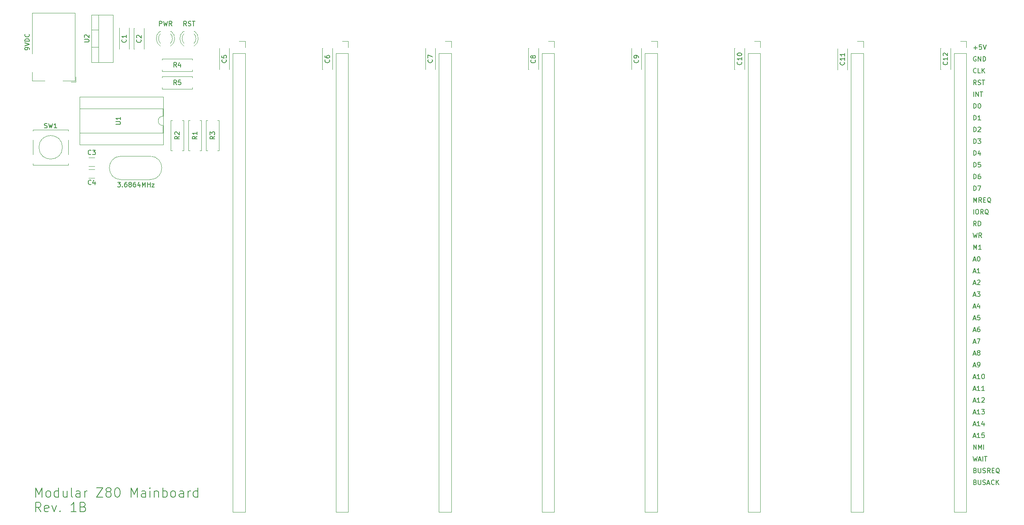
<source format=gbr>
%TF.GenerationSoftware,KiCad,Pcbnew,5.1.6-c6e7f7d~87~ubuntu18.04.1*%
%TF.CreationDate,2020-07-13T16:32:38+01:00*%
%TF.ProjectId,MainBoard_Rev1,4d61696e-426f-4617-9264-5f526576312e,rev?*%
%TF.SameCoordinates,Original*%
%TF.FileFunction,Legend,Top*%
%TF.FilePolarity,Positive*%
%FSLAX46Y46*%
G04 Gerber Fmt 4.6, Leading zero omitted, Abs format (unit mm)*
G04 Created by KiCad (PCBNEW 5.1.6-c6e7f7d~87~ubuntu18.04.1) date 2020-07-13 16:32:38*
%MOMM*%
%LPD*%
G01*
G04 APERTURE LIST*
%ADD10C,0.150000*%
%ADD11C,0.120000*%
G04 APERTURE END LIST*
D10*
X51897568Y-81197392D02*
X52516616Y-81197392D01*
X52183282Y-81578345D01*
X52326139Y-81578345D01*
X52421378Y-81625964D01*
X52468997Y-81673583D01*
X52516616Y-81768821D01*
X52516616Y-82006916D01*
X52468997Y-82102154D01*
X52421378Y-82149773D01*
X52326139Y-82197392D01*
X52040425Y-82197392D01*
X51945187Y-82149773D01*
X51897568Y-82102154D01*
X52945187Y-82102154D02*
X52992806Y-82149773D01*
X52945187Y-82197392D01*
X52897568Y-82149773D01*
X52945187Y-82102154D01*
X52945187Y-82197392D01*
X53849949Y-81197392D02*
X53659473Y-81197392D01*
X53564235Y-81245012D01*
X53516616Y-81292631D01*
X53421378Y-81435488D01*
X53373759Y-81625964D01*
X53373759Y-82006916D01*
X53421378Y-82102154D01*
X53468997Y-82149773D01*
X53564235Y-82197392D01*
X53754711Y-82197392D01*
X53849949Y-82149773D01*
X53897568Y-82102154D01*
X53945187Y-82006916D01*
X53945187Y-81768821D01*
X53897568Y-81673583D01*
X53849949Y-81625964D01*
X53754711Y-81578345D01*
X53564235Y-81578345D01*
X53468997Y-81625964D01*
X53421378Y-81673583D01*
X53373759Y-81768821D01*
X54516616Y-81625964D02*
X54421378Y-81578345D01*
X54373759Y-81530726D01*
X54326139Y-81435488D01*
X54326139Y-81387869D01*
X54373759Y-81292631D01*
X54421378Y-81245012D01*
X54516616Y-81197392D01*
X54707092Y-81197392D01*
X54802330Y-81245012D01*
X54849949Y-81292631D01*
X54897568Y-81387869D01*
X54897568Y-81435488D01*
X54849949Y-81530726D01*
X54802330Y-81578345D01*
X54707092Y-81625964D01*
X54516616Y-81625964D01*
X54421378Y-81673583D01*
X54373759Y-81721202D01*
X54326139Y-81816440D01*
X54326139Y-82006916D01*
X54373759Y-82102154D01*
X54421378Y-82149773D01*
X54516616Y-82197392D01*
X54707092Y-82197392D01*
X54802330Y-82149773D01*
X54849949Y-82102154D01*
X54897568Y-82006916D01*
X54897568Y-81816440D01*
X54849949Y-81721202D01*
X54802330Y-81673583D01*
X54707092Y-81625964D01*
X55754711Y-81197392D02*
X55564235Y-81197392D01*
X55468997Y-81245012D01*
X55421378Y-81292631D01*
X55326139Y-81435488D01*
X55278520Y-81625964D01*
X55278520Y-82006916D01*
X55326139Y-82102154D01*
X55373759Y-82149773D01*
X55468997Y-82197392D01*
X55659473Y-82197392D01*
X55754711Y-82149773D01*
X55802330Y-82102154D01*
X55849949Y-82006916D01*
X55849949Y-81768821D01*
X55802330Y-81673583D01*
X55754711Y-81625964D01*
X55659473Y-81578345D01*
X55468997Y-81578345D01*
X55373759Y-81625964D01*
X55326139Y-81673583D01*
X55278520Y-81768821D01*
X56707092Y-81530726D02*
X56707092Y-82197392D01*
X56468997Y-81149773D02*
X56230901Y-81864059D01*
X56849949Y-81864059D01*
X57230901Y-82197392D02*
X57230901Y-81197392D01*
X57564235Y-81911678D01*
X57897568Y-81197392D01*
X57897568Y-82197392D01*
X58373759Y-82197392D02*
X58373759Y-81197392D01*
X58373759Y-81673583D02*
X58945187Y-81673583D01*
X58945187Y-82197392D02*
X58945187Y-81197392D01*
X59326139Y-81530726D02*
X59849949Y-81530726D01*
X59326139Y-82197392D01*
X59849949Y-82197392D01*
X32870324Y-52535863D02*
X32870324Y-52345387D01*
X32822705Y-52250149D01*
X32775086Y-52202530D01*
X32632229Y-52107292D01*
X32441753Y-52059673D01*
X32060801Y-52059673D01*
X31965563Y-52107292D01*
X31917944Y-52154911D01*
X31870324Y-52250149D01*
X31870324Y-52440625D01*
X31917944Y-52535863D01*
X31965563Y-52583482D01*
X32060801Y-52631101D01*
X32298896Y-52631101D01*
X32394134Y-52583482D01*
X32441753Y-52535863D01*
X32489372Y-52440625D01*
X32489372Y-52250149D01*
X32441753Y-52154911D01*
X32394134Y-52107292D01*
X32298896Y-52059673D01*
X31870324Y-51773958D02*
X32870324Y-51440625D01*
X31870324Y-51107292D01*
X32870324Y-50773958D02*
X31870324Y-50773958D01*
X31870324Y-50535863D01*
X31917944Y-50393006D01*
X32013182Y-50297768D01*
X32108420Y-50250149D01*
X32298896Y-50202530D01*
X32441753Y-50202530D01*
X32632229Y-50250149D01*
X32727467Y-50297768D01*
X32822705Y-50393006D01*
X32870324Y-50535863D01*
X32870324Y-50773958D01*
X32775086Y-49202530D02*
X32822705Y-49250149D01*
X32870324Y-49393006D01*
X32870324Y-49488244D01*
X32822705Y-49631101D01*
X32727467Y-49726339D01*
X32632229Y-49773958D01*
X32441753Y-49821577D01*
X32298896Y-49821577D01*
X32108420Y-49773958D01*
X32013182Y-49726339D01*
X31917944Y-49631101D01*
X31870324Y-49488244D01*
X31870324Y-49393006D01*
X31917944Y-49250149D01*
X31965563Y-49202530D01*
X66762380Y-47442380D02*
X66429047Y-46966190D01*
X66190952Y-47442380D02*
X66190952Y-46442380D01*
X66571904Y-46442380D01*
X66667142Y-46490000D01*
X66714761Y-46537619D01*
X66762380Y-46632857D01*
X66762380Y-46775714D01*
X66714761Y-46870952D01*
X66667142Y-46918571D01*
X66571904Y-46966190D01*
X66190952Y-46966190D01*
X67143333Y-47394761D02*
X67286190Y-47442380D01*
X67524285Y-47442380D01*
X67619523Y-47394761D01*
X67667142Y-47347142D01*
X67714761Y-47251904D01*
X67714761Y-47156666D01*
X67667142Y-47061428D01*
X67619523Y-47013809D01*
X67524285Y-46966190D01*
X67333809Y-46918571D01*
X67238571Y-46870952D01*
X67190952Y-46823333D01*
X67143333Y-46728095D01*
X67143333Y-46632857D01*
X67190952Y-46537619D01*
X67238571Y-46490000D01*
X67333809Y-46442380D01*
X67571904Y-46442380D01*
X67714761Y-46490000D01*
X68000476Y-46442380D02*
X68571904Y-46442380D01*
X68286190Y-47442380D02*
X68286190Y-46442380D01*
X60896666Y-47442380D02*
X60896666Y-46442380D01*
X61277619Y-46442380D01*
X61372857Y-46490000D01*
X61420476Y-46537619D01*
X61468095Y-46632857D01*
X61468095Y-46775714D01*
X61420476Y-46870952D01*
X61372857Y-46918571D01*
X61277619Y-46966190D01*
X60896666Y-46966190D01*
X61801428Y-46442380D02*
X62039523Y-47442380D01*
X62230000Y-46728095D01*
X62420476Y-47442380D01*
X62658571Y-46442380D01*
X63610952Y-47442380D02*
X63277619Y-46966190D01*
X63039523Y-47442380D02*
X63039523Y-46442380D01*
X63420476Y-46442380D01*
X63515714Y-46490000D01*
X63563333Y-46537619D01*
X63610952Y-46632857D01*
X63610952Y-46775714D01*
X63563333Y-46870952D01*
X63515714Y-46918571D01*
X63420476Y-46966190D01*
X63039523Y-46966190D01*
X236507976Y-133516666D02*
X236984166Y-133516666D01*
X236412738Y-133802380D02*
X236746071Y-132802380D01*
X237079404Y-133802380D01*
X237936547Y-133802380D02*
X237365119Y-133802380D01*
X237650833Y-133802380D02*
X237650833Y-132802380D01*
X237555595Y-132945238D01*
X237460357Y-133040476D01*
X237365119Y-133088095D01*
X238793690Y-133135714D02*
X238793690Y-133802380D01*
X238555595Y-132754761D02*
X238317500Y-133469047D01*
X238936547Y-133469047D01*
X236507976Y-130976666D02*
X236984166Y-130976666D01*
X236412738Y-131262380D02*
X236746071Y-130262380D01*
X237079404Y-131262380D01*
X237936547Y-131262380D02*
X237365119Y-131262380D01*
X237650833Y-131262380D02*
X237650833Y-130262380D01*
X237555595Y-130405238D01*
X237460357Y-130500476D01*
X237365119Y-130548095D01*
X238269880Y-130262380D02*
X238888928Y-130262380D01*
X238555595Y-130643333D01*
X238698452Y-130643333D01*
X238793690Y-130690952D01*
X238841309Y-130738571D01*
X238888928Y-130833809D01*
X238888928Y-131071904D01*
X238841309Y-131167142D01*
X238793690Y-131214761D01*
X238698452Y-131262380D01*
X238412738Y-131262380D01*
X238317500Y-131214761D01*
X238269880Y-131167142D01*
X236507976Y-128436666D02*
X236984166Y-128436666D01*
X236412738Y-128722380D02*
X236746071Y-127722380D01*
X237079404Y-128722380D01*
X237936547Y-128722380D02*
X237365119Y-128722380D01*
X237650833Y-128722380D02*
X237650833Y-127722380D01*
X237555595Y-127865238D01*
X237460357Y-127960476D01*
X237365119Y-128008095D01*
X238317500Y-127817619D02*
X238365119Y-127770000D01*
X238460357Y-127722380D01*
X238698452Y-127722380D01*
X238793690Y-127770000D01*
X238841309Y-127817619D01*
X238888928Y-127912857D01*
X238888928Y-128008095D01*
X238841309Y-128150952D01*
X238269880Y-128722380D01*
X238888928Y-128722380D01*
X236507976Y-125896666D02*
X236984166Y-125896666D01*
X236412738Y-126182380D02*
X236746071Y-125182380D01*
X237079404Y-126182380D01*
X237936547Y-126182380D02*
X237365119Y-126182380D01*
X237650833Y-126182380D02*
X237650833Y-125182380D01*
X237555595Y-125325238D01*
X237460357Y-125420476D01*
X237365119Y-125468095D01*
X238888928Y-126182380D02*
X238317500Y-126182380D01*
X238603214Y-126182380D02*
X238603214Y-125182380D01*
X238507976Y-125325238D01*
X238412738Y-125420476D01*
X238317500Y-125468095D01*
X236507976Y-123356666D02*
X236984166Y-123356666D01*
X236412738Y-123642380D02*
X236746071Y-122642380D01*
X237079404Y-123642380D01*
X237936547Y-123642380D02*
X237365119Y-123642380D01*
X237650833Y-123642380D02*
X237650833Y-122642380D01*
X237555595Y-122785238D01*
X237460357Y-122880476D01*
X237365119Y-122928095D01*
X238555595Y-122642380D02*
X238650833Y-122642380D01*
X238746071Y-122690000D01*
X238793690Y-122737619D01*
X238841309Y-122832857D01*
X238888928Y-123023333D01*
X238888928Y-123261428D01*
X238841309Y-123451904D01*
X238793690Y-123547142D01*
X238746071Y-123594761D01*
X238650833Y-123642380D01*
X238555595Y-123642380D01*
X238460357Y-123594761D01*
X238412738Y-123547142D01*
X238365119Y-123451904D01*
X238317500Y-123261428D01*
X238317500Y-123023333D01*
X238365119Y-122832857D01*
X238412738Y-122737619D01*
X238460357Y-122690000D01*
X238555595Y-122642380D01*
X236507976Y-120816666D02*
X236984166Y-120816666D01*
X236412738Y-121102380D02*
X236746071Y-120102380D01*
X237079404Y-121102380D01*
X237460357Y-121102380D02*
X237650833Y-121102380D01*
X237746071Y-121054761D01*
X237793690Y-121007142D01*
X237888928Y-120864285D01*
X237936547Y-120673809D01*
X237936547Y-120292857D01*
X237888928Y-120197619D01*
X237841309Y-120150000D01*
X237746071Y-120102380D01*
X237555595Y-120102380D01*
X237460357Y-120150000D01*
X237412738Y-120197619D01*
X237365119Y-120292857D01*
X237365119Y-120530952D01*
X237412738Y-120626190D01*
X237460357Y-120673809D01*
X237555595Y-120721428D01*
X237746071Y-120721428D01*
X237841309Y-120673809D01*
X237888928Y-120626190D01*
X237936547Y-120530952D01*
X236507976Y-118276666D02*
X236984166Y-118276666D01*
X236412738Y-118562380D02*
X236746071Y-117562380D01*
X237079404Y-118562380D01*
X237555595Y-117990952D02*
X237460357Y-117943333D01*
X237412738Y-117895714D01*
X237365119Y-117800476D01*
X237365119Y-117752857D01*
X237412738Y-117657619D01*
X237460357Y-117610000D01*
X237555595Y-117562380D01*
X237746071Y-117562380D01*
X237841309Y-117610000D01*
X237888928Y-117657619D01*
X237936547Y-117752857D01*
X237936547Y-117800476D01*
X237888928Y-117895714D01*
X237841309Y-117943333D01*
X237746071Y-117990952D01*
X237555595Y-117990952D01*
X237460357Y-118038571D01*
X237412738Y-118086190D01*
X237365119Y-118181428D01*
X237365119Y-118371904D01*
X237412738Y-118467142D01*
X237460357Y-118514761D01*
X237555595Y-118562380D01*
X237746071Y-118562380D01*
X237841309Y-118514761D01*
X237888928Y-118467142D01*
X237936547Y-118371904D01*
X237936547Y-118181428D01*
X237888928Y-118086190D01*
X237841309Y-118038571D01*
X237746071Y-117990952D01*
X236507976Y-115736666D02*
X236984166Y-115736666D01*
X236412738Y-116022380D02*
X236746071Y-115022380D01*
X237079404Y-116022380D01*
X237317500Y-115022380D02*
X237984166Y-115022380D01*
X237555595Y-116022380D01*
X236507976Y-113196666D02*
X236984166Y-113196666D01*
X236412738Y-113482380D02*
X236746071Y-112482380D01*
X237079404Y-113482380D01*
X237841309Y-112482380D02*
X237650833Y-112482380D01*
X237555595Y-112530000D01*
X237507976Y-112577619D01*
X237412738Y-112720476D01*
X237365119Y-112910952D01*
X237365119Y-113291904D01*
X237412738Y-113387142D01*
X237460357Y-113434761D01*
X237555595Y-113482380D01*
X237746071Y-113482380D01*
X237841309Y-113434761D01*
X237888928Y-113387142D01*
X237936547Y-113291904D01*
X237936547Y-113053809D01*
X237888928Y-112958571D01*
X237841309Y-112910952D01*
X237746071Y-112863333D01*
X237555595Y-112863333D01*
X237460357Y-112910952D01*
X237412738Y-112958571D01*
X237365119Y-113053809D01*
X236507976Y-110656666D02*
X236984166Y-110656666D01*
X236412738Y-110942380D02*
X236746071Y-109942380D01*
X237079404Y-110942380D01*
X237888928Y-109942380D02*
X237412738Y-109942380D01*
X237365119Y-110418571D01*
X237412738Y-110370952D01*
X237507976Y-110323333D01*
X237746071Y-110323333D01*
X237841309Y-110370952D01*
X237888928Y-110418571D01*
X237936547Y-110513809D01*
X237936547Y-110751904D01*
X237888928Y-110847142D01*
X237841309Y-110894761D01*
X237746071Y-110942380D01*
X237507976Y-110942380D01*
X237412738Y-110894761D01*
X237365119Y-110847142D01*
X236507976Y-108116666D02*
X236984166Y-108116666D01*
X236412738Y-108402380D02*
X236746071Y-107402380D01*
X237079404Y-108402380D01*
X237841309Y-107735714D02*
X237841309Y-108402380D01*
X237603214Y-107354761D02*
X237365119Y-108069047D01*
X237984166Y-108069047D01*
X236507976Y-105576666D02*
X236984166Y-105576666D01*
X236412738Y-105862380D02*
X236746071Y-104862380D01*
X237079404Y-105862380D01*
X237317500Y-104862380D02*
X237936547Y-104862380D01*
X237603214Y-105243333D01*
X237746071Y-105243333D01*
X237841309Y-105290952D01*
X237888928Y-105338571D01*
X237936547Y-105433809D01*
X237936547Y-105671904D01*
X237888928Y-105767142D01*
X237841309Y-105814761D01*
X237746071Y-105862380D01*
X237460357Y-105862380D01*
X237365119Y-105814761D01*
X237317500Y-105767142D01*
X236507976Y-103036666D02*
X236984166Y-103036666D01*
X236412738Y-103322380D02*
X236746071Y-102322380D01*
X237079404Y-103322380D01*
X237365119Y-102417619D02*
X237412738Y-102370000D01*
X237507976Y-102322380D01*
X237746071Y-102322380D01*
X237841309Y-102370000D01*
X237888928Y-102417619D01*
X237936547Y-102512857D01*
X237936547Y-102608095D01*
X237888928Y-102750952D01*
X237317500Y-103322380D01*
X237936547Y-103322380D01*
X236507976Y-100496666D02*
X236984166Y-100496666D01*
X236412738Y-100782380D02*
X236746071Y-99782380D01*
X237079404Y-100782380D01*
X237936547Y-100782380D02*
X237365119Y-100782380D01*
X237650833Y-100782380D02*
X237650833Y-99782380D01*
X237555595Y-99925238D01*
X237460357Y-100020476D01*
X237365119Y-100068095D01*
X236555595Y-80462380D02*
X236555595Y-79462380D01*
X236793690Y-79462380D01*
X236936547Y-79510000D01*
X237031785Y-79605238D01*
X237079404Y-79700476D01*
X237127023Y-79890952D01*
X237127023Y-80033809D01*
X237079404Y-80224285D01*
X237031785Y-80319523D01*
X236936547Y-80414761D01*
X236793690Y-80462380D01*
X236555595Y-80462380D01*
X237984166Y-79462380D02*
X237793690Y-79462380D01*
X237698452Y-79510000D01*
X237650833Y-79557619D01*
X237555595Y-79700476D01*
X237507976Y-79890952D01*
X237507976Y-80271904D01*
X237555595Y-80367142D01*
X237603214Y-80414761D01*
X237698452Y-80462380D01*
X237888928Y-80462380D01*
X237984166Y-80414761D01*
X238031785Y-80367142D01*
X238079404Y-80271904D01*
X238079404Y-80033809D01*
X238031785Y-79938571D01*
X237984166Y-79890952D01*
X237888928Y-79843333D01*
X237698452Y-79843333D01*
X237603214Y-79890952D01*
X237555595Y-79938571D01*
X237507976Y-80033809D01*
X236555595Y-77922380D02*
X236555595Y-76922380D01*
X236793690Y-76922380D01*
X236936547Y-76970000D01*
X237031785Y-77065238D01*
X237079404Y-77160476D01*
X237127023Y-77350952D01*
X237127023Y-77493809D01*
X237079404Y-77684285D01*
X237031785Y-77779523D01*
X236936547Y-77874761D01*
X236793690Y-77922380D01*
X236555595Y-77922380D01*
X238031785Y-76922380D02*
X237555595Y-76922380D01*
X237507976Y-77398571D01*
X237555595Y-77350952D01*
X237650833Y-77303333D01*
X237888928Y-77303333D01*
X237984166Y-77350952D01*
X238031785Y-77398571D01*
X238079404Y-77493809D01*
X238079404Y-77731904D01*
X238031785Y-77827142D01*
X237984166Y-77874761D01*
X237888928Y-77922380D01*
X237650833Y-77922380D01*
X237555595Y-77874761D01*
X237507976Y-77827142D01*
X236555595Y-75382380D02*
X236555595Y-74382380D01*
X236793690Y-74382380D01*
X236936547Y-74430000D01*
X237031785Y-74525238D01*
X237079404Y-74620476D01*
X237127023Y-74810952D01*
X237127023Y-74953809D01*
X237079404Y-75144285D01*
X237031785Y-75239523D01*
X236936547Y-75334761D01*
X236793690Y-75382380D01*
X236555595Y-75382380D01*
X237984166Y-74715714D02*
X237984166Y-75382380D01*
X237746071Y-74334761D02*
X237507976Y-75049047D01*
X238127023Y-75049047D01*
X236555595Y-72842380D02*
X236555595Y-71842380D01*
X236793690Y-71842380D01*
X236936547Y-71890000D01*
X237031785Y-71985238D01*
X237079404Y-72080476D01*
X237127023Y-72270952D01*
X237127023Y-72413809D01*
X237079404Y-72604285D01*
X237031785Y-72699523D01*
X236936547Y-72794761D01*
X236793690Y-72842380D01*
X236555595Y-72842380D01*
X237460357Y-71842380D02*
X238079404Y-71842380D01*
X237746071Y-72223333D01*
X237888928Y-72223333D01*
X237984166Y-72270952D01*
X238031785Y-72318571D01*
X238079404Y-72413809D01*
X238079404Y-72651904D01*
X238031785Y-72747142D01*
X237984166Y-72794761D01*
X237888928Y-72842380D01*
X237603214Y-72842380D01*
X237507976Y-72794761D01*
X237460357Y-72747142D01*
X236555595Y-70302380D02*
X236555595Y-69302380D01*
X236793690Y-69302380D01*
X236936547Y-69350000D01*
X237031785Y-69445238D01*
X237079404Y-69540476D01*
X237127023Y-69730952D01*
X237127023Y-69873809D01*
X237079404Y-70064285D01*
X237031785Y-70159523D01*
X236936547Y-70254761D01*
X236793690Y-70302380D01*
X236555595Y-70302380D01*
X237507976Y-69397619D02*
X237555595Y-69350000D01*
X237650833Y-69302380D01*
X237888928Y-69302380D01*
X237984166Y-69350000D01*
X238031785Y-69397619D01*
X238079404Y-69492857D01*
X238079404Y-69588095D01*
X238031785Y-69730952D01*
X237460357Y-70302380D01*
X238079404Y-70302380D01*
X236555595Y-67762380D02*
X236555595Y-66762380D01*
X236793690Y-66762380D01*
X236936547Y-66810000D01*
X237031785Y-66905238D01*
X237079404Y-67000476D01*
X237127023Y-67190952D01*
X237127023Y-67333809D01*
X237079404Y-67524285D01*
X237031785Y-67619523D01*
X236936547Y-67714761D01*
X236793690Y-67762380D01*
X236555595Y-67762380D01*
X238079404Y-67762380D02*
X237507976Y-67762380D01*
X237793690Y-67762380D02*
X237793690Y-66762380D01*
X237698452Y-66905238D01*
X237603214Y-67000476D01*
X237507976Y-67048095D01*
X34228690Y-149189761D02*
X34228690Y-147189761D01*
X34895357Y-148618333D01*
X35562023Y-147189761D01*
X35562023Y-149189761D01*
X36800119Y-149189761D02*
X36609642Y-149094523D01*
X36514404Y-148999285D01*
X36419166Y-148808809D01*
X36419166Y-148237380D01*
X36514404Y-148046904D01*
X36609642Y-147951666D01*
X36800119Y-147856428D01*
X37085833Y-147856428D01*
X37276309Y-147951666D01*
X37371547Y-148046904D01*
X37466785Y-148237380D01*
X37466785Y-148808809D01*
X37371547Y-148999285D01*
X37276309Y-149094523D01*
X37085833Y-149189761D01*
X36800119Y-149189761D01*
X39181071Y-149189761D02*
X39181071Y-147189761D01*
X39181071Y-149094523D02*
X38990595Y-149189761D01*
X38609642Y-149189761D01*
X38419166Y-149094523D01*
X38323928Y-148999285D01*
X38228690Y-148808809D01*
X38228690Y-148237380D01*
X38323928Y-148046904D01*
X38419166Y-147951666D01*
X38609642Y-147856428D01*
X38990595Y-147856428D01*
X39181071Y-147951666D01*
X40990595Y-147856428D02*
X40990595Y-149189761D01*
X40133452Y-147856428D02*
X40133452Y-148904047D01*
X40228690Y-149094523D01*
X40419166Y-149189761D01*
X40704880Y-149189761D01*
X40895357Y-149094523D01*
X40990595Y-148999285D01*
X42228690Y-149189761D02*
X42038214Y-149094523D01*
X41942976Y-148904047D01*
X41942976Y-147189761D01*
X43847738Y-149189761D02*
X43847738Y-148142142D01*
X43752500Y-147951666D01*
X43562023Y-147856428D01*
X43181071Y-147856428D01*
X42990595Y-147951666D01*
X43847738Y-149094523D02*
X43657261Y-149189761D01*
X43181071Y-149189761D01*
X42990595Y-149094523D01*
X42895357Y-148904047D01*
X42895357Y-148713571D01*
X42990595Y-148523095D01*
X43181071Y-148427857D01*
X43657261Y-148427857D01*
X43847738Y-148332619D01*
X44800119Y-149189761D02*
X44800119Y-147856428D01*
X44800119Y-148237380D02*
X44895357Y-148046904D01*
X44990595Y-147951666D01*
X45181071Y-147856428D01*
X45371547Y-147856428D01*
X47371547Y-147189761D02*
X48704880Y-147189761D01*
X47371547Y-149189761D01*
X48704880Y-149189761D01*
X49752500Y-148046904D02*
X49562023Y-147951666D01*
X49466785Y-147856428D01*
X49371547Y-147665952D01*
X49371547Y-147570714D01*
X49466785Y-147380238D01*
X49562023Y-147285000D01*
X49752500Y-147189761D01*
X50133452Y-147189761D01*
X50323928Y-147285000D01*
X50419166Y-147380238D01*
X50514404Y-147570714D01*
X50514404Y-147665952D01*
X50419166Y-147856428D01*
X50323928Y-147951666D01*
X50133452Y-148046904D01*
X49752500Y-148046904D01*
X49562023Y-148142142D01*
X49466785Y-148237380D01*
X49371547Y-148427857D01*
X49371547Y-148808809D01*
X49466785Y-148999285D01*
X49562023Y-149094523D01*
X49752500Y-149189761D01*
X50133452Y-149189761D01*
X50323928Y-149094523D01*
X50419166Y-148999285D01*
X50514404Y-148808809D01*
X50514404Y-148427857D01*
X50419166Y-148237380D01*
X50323928Y-148142142D01*
X50133452Y-148046904D01*
X51752500Y-147189761D02*
X51942976Y-147189761D01*
X52133452Y-147285000D01*
X52228690Y-147380238D01*
X52323928Y-147570714D01*
X52419166Y-147951666D01*
X52419166Y-148427857D01*
X52323928Y-148808809D01*
X52228690Y-148999285D01*
X52133452Y-149094523D01*
X51942976Y-149189761D01*
X51752500Y-149189761D01*
X51562023Y-149094523D01*
X51466785Y-148999285D01*
X51371547Y-148808809D01*
X51276309Y-148427857D01*
X51276309Y-147951666D01*
X51371547Y-147570714D01*
X51466785Y-147380238D01*
X51562023Y-147285000D01*
X51752500Y-147189761D01*
X54800119Y-149189761D02*
X54800119Y-147189761D01*
X55466785Y-148618333D01*
X56133452Y-147189761D01*
X56133452Y-149189761D01*
X57942976Y-149189761D02*
X57942976Y-148142142D01*
X57847738Y-147951666D01*
X57657261Y-147856428D01*
X57276309Y-147856428D01*
X57085833Y-147951666D01*
X57942976Y-149094523D02*
X57752499Y-149189761D01*
X57276309Y-149189761D01*
X57085833Y-149094523D01*
X56990595Y-148904047D01*
X56990595Y-148713571D01*
X57085833Y-148523095D01*
X57276309Y-148427857D01*
X57752499Y-148427857D01*
X57942976Y-148332619D01*
X58895357Y-149189761D02*
X58895357Y-147856428D01*
X58895357Y-147189761D02*
X58800119Y-147285000D01*
X58895357Y-147380238D01*
X58990595Y-147285000D01*
X58895357Y-147189761D01*
X58895357Y-147380238D01*
X59847738Y-147856428D02*
X59847738Y-149189761D01*
X59847738Y-148046904D02*
X59942976Y-147951666D01*
X60133452Y-147856428D01*
X60419166Y-147856428D01*
X60609642Y-147951666D01*
X60704880Y-148142142D01*
X60704880Y-149189761D01*
X61657261Y-149189761D02*
X61657261Y-147189761D01*
X61657261Y-147951666D02*
X61847738Y-147856428D01*
X62228690Y-147856428D01*
X62419166Y-147951666D01*
X62514404Y-148046904D01*
X62609642Y-148237380D01*
X62609642Y-148808809D01*
X62514404Y-148999285D01*
X62419166Y-149094523D01*
X62228690Y-149189761D01*
X61847738Y-149189761D01*
X61657261Y-149094523D01*
X63752499Y-149189761D02*
X63562023Y-149094523D01*
X63466785Y-148999285D01*
X63371547Y-148808809D01*
X63371547Y-148237380D01*
X63466785Y-148046904D01*
X63562023Y-147951666D01*
X63752499Y-147856428D01*
X64038214Y-147856428D01*
X64228690Y-147951666D01*
X64323928Y-148046904D01*
X64419166Y-148237380D01*
X64419166Y-148808809D01*
X64323928Y-148999285D01*
X64228690Y-149094523D01*
X64038214Y-149189761D01*
X63752499Y-149189761D01*
X66133452Y-149189761D02*
X66133452Y-148142142D01*
X66038214Y-147951666D01*
X65847738Y-147856428D01*
X65466785Y-147856428D01*
X65276309Y-147951666D01*
X66133452Y-149094523D02*
X65942976Y-149189761D01*
X65466785Y-149189761D01*
X65276309Y-149094523D01*
X65181071Y-148904047D01*
X65181071Y-148713571D01*
X65276309Y-148523095D01*
X65466785Y-148427857D01*
X65942976Y-148427857D01*
X66133452Y-148332619D01*
X67085833Y-149189761D02*
X67085833Y-147856428D01*
X67085833Y-148237380D02*
X67181071Y-148046904D01*
X67276309Y-147951666D01*
X67466785Y-147856428D01*
X67657261Y-147856428D01*
X69181071Y-149189761D02*
X69181071Y-147189761D01*
X69181071Y-149094523D02*
X68990595Y-149189761D01*
X68609642Y-149189761D01*
X68419166Y-149094523D01*
X68323928Y-148999285D01*
X68228690Y-148808809D01*
X68228690Y-148237380D01*
X68323928Y-148046904D01*
X68419166Y-147951666D01*
X68609642Y-147856428D01*
X68990595Y-147856428D01*
X69181071Y-147951666D01*
X35371547Y-152339761D02*
X34704880Y-151387380D01*
X34228690Y-152339761D02*
X34228690Y-150339761D01*
X34990595Y-150339761D01*
X35181071Y-150435000D01*
X35276309Y-150530238D01*
X35371547Y-150720714D01*
X35371547Y-151006428D01*
X35276309Y-151196904D01*
X35181071Y-151292142D01*
X34990595Y-151387380D01*
X34228690Y-151387380D01*
X36990595Y-152244523D02*
X36800119Y-152339761D01*
X36419166Y-152339761D01*
X36228690Y-152244523D01*
X36133452Y-152054047D01*
X36133452Y-151292142D01*
X36228690Y-151101666D01*
X36419166Y-151006428D01*
X36800119Y-151006428D01*
X36990595Y-151101666D01*
X37085833Y-151292142D01*
X37085833Y-151482619D01*
X36133452Y-151673095D01*
X37752500Y-151006428D02*
X38228690Y-152339761D01*
X38704880Y-151006428D01*
X39466785Y-152149285D02*
X39562023Y-152244523D01*
X39466785Y-152339761D01*
X39371547Y-152244523D01*
X39466785Y-152149285D01*
X39466785Y-152339761D01*
X42990595Y-152339761D02*
X41847738Y-152339761D01*
X42419166Y-152339761D02*
X42419166Y-150339761D01*
X42228690Y-150625476D01*
X42038214Y-150815952D01*
X41847738Y-150911190D01*
X44514404Y-151292142D02*
X44800119Y-151387380D01*
X44895357Y-151482619D01*
X44990595Y-151673095D01*
X44990595Y-151958809D01*
X44895357Y-152149285D01*
X44800119Y-152244523D01*
X44609642Y-152339761D01*
X43847738Y-152339761D01*
X43847738Y-150339761D01*
X44514404Y-150339761D01*
X44704880Y-150435000D01*
X44800119Y-150530238D01*
X44895357Y-150720714D01*
X44895357Y-150911190D01*
X44800119Y-151101666D01*
X44704880Y-151196904D01*
X44514404Y-151292142D01*
X43847738Y-151292142D01*
X236888928Y-145978571D02*
X237031785Y-146026190D01*
X237079404Y-146073809D01*
X237127023Y-146169047D01*
X237127023Y-146311904D01*
X237079404Y-146407142D01*
X237031785Y-146454761D01*
X236936547Y-146502380D01*
X236555595Y-146502380D01*
X236555595Y-145502380D01*
X236888928Y-145502380D01*
X236984166Y-145550000D01*
X237031785Y-145597619D01*
X237079404Y-145692857D01*
X237079404Y-145788095D01*
X237031785Y-145883333D01*
X236984166Y-145930952D01*
X236888928Y-145978571D01*
X236555595Y-145978571D01*
X237555595Y-145502380D02*
X237555595Y-146311904D01*
X237603214Y-146407142D01*
X237650833Y-146454761D01*
X237746071Y-146502380D01*
X237936547Y-146502380D01*
X238031785Y-146454761D01*
X238079404Y-146407142D01*
X238127023Y-146311904D01*
X238127023Y-145502380D01*
X238555595Y-146454761D02*
X238698452Y-146502380D01*
X238936547Y-146502380D01*
X239031785Y-146454761D01*
X239079404Y-146407142D01*
X239127023Y-146311904D01*
X239127023Y-146216666D01*
X239079404Y-146121428D01*
X239031785Y-146073809D01*
X238936547Y-146026190D01*
X238746071Y-145978571D01*
X238650833Y-145930952D01*
X238603214Y-145883333D01*
X238555595Y-145788095D01*
X238555595Y-145692857D01*
X238603214Y-145597619D01*
X238650833Y-145550000D01*
X238746071Y-145502380D01*
X238984166Y-145502380D01*
X239127023Y-145550000D01*
X239507976Y-146216666D02*
X239984166Y-146216666D01*
X239412738Y-146502380D02*
X239746071Y-145502380D01*
X240079404Y-146502380D01*
X240984166Y-146407142D02*
X240936547Y-146454761D01*
X240793690Y-146502380D01*
X240698452Y-146502380D01*
X240555595Y-146454761D01*
X240460357Y-146359523D01*
X240412738Y-146264285D01*
X240365119Y-146073809D01*
X240365119Y-145930952D01*
X240412738Y-145740476D01*
X240460357Y-145645238D01*
X240555595Y-145550000D01*
X240698452Y-145502380D01*
X240793690Y-145502380D01*
X240936547Y-145550000D01*
X240984166Y-145597619D01*
X241412738Y-146502380D02*
X241412738Y-145502380D01*
X241984166Y-146502380D02*
X241555595Y-145930952D01*
X241984166Y-145502380D02*
X241412738Y-146073809D01*
X236888928Y-143438571D02*
X237031785Y-143486190D01*
X237079404Y-143533809D01*
X237127023Y-143629047D01*
X237127023Y-143771904D01*
X237079404Y-143867142D01*
X237031785Y-143914761D01*
X236936547Y-143962380D01*
X236555595Y-143962380D01*
X236555595Y-142962380D01*
X236888928Y-142962380D01*
X236984166Y-143010000D01*
X237031785Y-143057619D01*
X237079404Y-143152857D01*
X237079404Y-143248095D01*
X237031785Y-143343333D01*
X236984166Y-143390952D01*
X236888928Y-143438571D01*
X236555595Y-143438571D01*
X237555595Y-142962380D02*
X237555595Y-143771904D01*
X237603214Y-143867142D01*
X237650833Y-143914761D01*
X237746071Y-143962380D01*
X237936547Y-143962380D01*
X238031785Y-143914761D01*
X238079404Y-143867142D01*
X238127023Y-143771904D01*
X238127023Y-142962380D01*
X238555595Y-143914761D02*
X238698452Y-143962380D01*
X238936547Y-143962380D01*
X239031785Y-143914761D01*
X239079404Y-143867142D01*
X239127023Y-143771904D01*
X239127023Y-143676666D01*
X239079404Y-143581428D01*
X239031785Y-143533809D01*
X238936547Y-143486190D01*
X238746071Y-143438571D01*
X238650833Y-143390952D01*
X238603214Y-143343333D01*
X238555595Y-143248095D01*
X238555595Y-143152857D01*
X238603214Y-143057619D01*
X238650833Y-143010000D01*
X238746071Y-142962380D01*
X238984166Y-142962380D01*
X239127023Y-143010000D01*
X240127023Y-143962380D02*
X239793690Y-143486190D01*
X239555595Y-143962380D02*
X239555595Y-142962380D01*
X239936547Y-142962380D01*
X240031785Y-143010000D01*
X240079404Y-143057619D01*
X240127023Y-143152857D01*
X240127023Y-143295714D01*
X240079404Y-143390952D01*
X240031785Y-143438571D01*
X239936547Y-143486190D01*
X239555595Y-143486190D01*
X240555595Y-143438571D02*
X240888928Y-143438571D01*
X241031785Y-143962380D02*
X240555595Y-143962380D01*
X240555595Y-142962380D01*
X241031785Y-142962380D01*
X242127023Y-144057619D02*
X242031785Y-144010000D01*
X241936547Y-143914761D01*
X241793690Y-143771904D01*
X241698452Y-143724285D01*
X241603214Y-143724285D01*
X241650833Y-143962380D02*
X241555595Y-143914761D01*
X241460357Y-143819523D01*
X241412738Y-143629047D01*
X241412738Y-143295714D01*
X241460357Y-143105238D01*
X241555595Y-143010000D01*
X241650833Y-142962380D01*
X241841309Y-142962380D01*
X241936547Y-143010000D01*
X242031785Y-143105238D01*
X242079404Y-143295714D01*
X242079404Y-143629047D01*
X242031785Y-143819523D01*
X241936547Y-143914761D01*
X241841309Y-143962380D01*
X241650833Y-143962380D01*
X236460357Y-140422380D02*
X236698452Y-141422380D01*
X236888928Y-140708095D01*
X237079404Y-141422380D01*
X237317500Y-140422380D01*
X237650833Y-141136666D02*
X238127023Y-141136666D01*
X237555595Y-141422380D02*
X237888928Y-140422380D01*
X238222261Y-141422380D01*
X238555595Y-141422380D02*
X238555595Y-140422380D01*
X238888928Y-140422380D02*
X239460357Y-140422380D01*
X239174642Y-141422380D02*
X239174642Y-140422380D01*
X236555595Y-138882380D02*
X236555595Y-137882380D01*
X237127023Y-138882380D01*
X237127023Y-137882380D01*
X237603214Y-138882380D02*
X237603214Y-137882380D01*
X237936547Y-138596666D01*
X238269880Y-137882380D01*
X238269880Y-138882380D01*
X238746071Y-138882380D02*
X238746071Y-137882380D01*
X236507976Y-136056666D02*
X236984166Y-136056666D01*
X236412738Y-136342380D02*
X236746071Y-135342380D01*
X237079404Y-136342380D01*
X237936547Y-136342380D02*
X237365119Y-136342380D01*
X237650833Y-136342380D02*
X237650833Y-135342380D01*
X237555595Y-135485238D01*
X237460357Y-135580476D01*
X237365119Y-135628095D01*
X238841309Y-135342380D02*
X238365119Y-135342380D01*
X238317500Y-135818571D01*
X238365119Y-135770952D01*
X238460357Y-135723333D01*
X238698452Y-135723333D01*
X238793690Y-135770952D01*
X238841309Y-135818571D01*
X238888928Y-135913809D01*
X238888928Y-136151904D01*
X238841309Y-136247142D01*
X238793690Y-136294761D01*
X238698452Y-136342380D01*
X238460357Y-136342380D01*
X238365119Y-136294761D01*
X238317500Y-136247142D01*
X236507976Y-97956666D02*
X236984166Y-97956666D01*
X236412738Y-98242380D02*
X236746071Y-97242380D01*
X237079404Y-98242380D01*
X237603214Y-97242380D02*
X237698452Y-97242380D01*
X237793690Y-97290000D01*
X237841309Y-97337619D01*
X237888928Y-97432857D01*
X237936547Y-97623333D01*
X237936547Y-97861428D01*
X237888928Y-98051904D01*
X237841309Y-98147142D01*
X237793690Y-98194761D01*
X237698452Y-98242380D01*
X237603214Y-98242380D01*
X237507976Y-98194761D01*
X237460357Y-98147142D01*
X237412738Y-98051904D01*
X237365119Y-97861428D01*
X237365119Y-97623333D01*
X237412738Y-97432857D01*
X237460357Y-97337619D01*
X237507976Y-97290000D01*
X237603214Y-97242380D01*
X236555595Y-95702380D02*
X236555595Y-94702380D01*
X236888928Y-95416666D01*
X237222261Y-94702380D01*
X237222261Y-95702380D01*
X238222261Y-95702380D02*
X237650833Y-95702380D01*
X237936547Y-95702380D02*
X237936547Y-94702380D01*
X237841309Y-94845238D01*
X237746071Y-94940476D01*
X237650833Y-94988095D01*
X236460357Y-92162380D02*
X236698452Y-93162380D01*
X236888928Y-92448095D01*
X237079404Y-93162380D01*
X237317500Y-92162380D01*
X238269880Y-93162380D02*
X237936547Y-92686190D01*
X237698452Y-93162380D02*
X237698452Y-92162380D01*
X238079404Y-92162380D01*
X238174642Y-92210000D01*
X238222261Y-92257619D01*
X238269880Y-92352857D01*
X238269880Y-92495714D01*
X238222261Y-92590952D01*
X238174642Y-92638571D01*
X238079404Y-92686190D01*
X237698452Y-92686190D01*
X237127023Y-90622380D02*
X236793690Y-90146190D01*
X236555595Y-90622380D02*
X236555595Y-89622380D01*
X236936547Y-89622380D01*
X237031785Y-89670000D01*
X237079404Y-89717619D01*
X237127023Y-89812857D01*
X237127023Y-89955714D01*
X237079404Y-90050952D01*
X237031785Y-90098571D01*
X236936547Y-90146190D01*
X236555595Y-90146190D01*
X237555595Y-90622380D02*
X237555595Y-89622380D01*
X237793690Y-89622380D01*
X237936547Y-89670000D01*
X238031785Y-89765238D01*
X238079404Y-89860476D01*
X238127023Y-90050952D01*
X238127023Y-90193809D01*
X238079404Y-90384285D01*
X238031785Y-90479523D01*
X237936547Y-90574761D01*
X237793690Y-90622380D01*
X237555595Y-90622380D01*
X236555595Y-88082380D02*
X236555595Y-87082380D01*
X237222261Y-87082380D02*
X237412738Y-87082380D01*
X237507976Y-87130000D01*
X237603214Y-87225238D01*
X237650833Y-87415714D01*
X237650833Y-87749047D01*
X237603214Y-87939523D01*
X237507976Y-88034761D01*
X237412738Y-88082380D01*
X237222261Y-88082380D01*
X237127023Y-88034761D01*
X237031785Y-87939523D01*
X236984166Y-87749047D01*
X236984166Y-87415714D01*
X237031785Y-87225238D01*
X237127023Y-87130000D01*
X237222261Y-87082380D01*
X238650833Y-88082380D02*
X238317500Y-87606190D01*
X238079404Y-88082380D02*
X238079404Y-87082380D01*
X238460357Y-87082380D01*
X238555595Y-87130000D01*
X238603214Y-87177619D01*
X238650833Y-87272857D01*
X238650833Y-87415714D01*
X238603214Y-87510952D01*
X238555595Y-87558571D01*
X238460357Y-87606190D01*
X238079404Y-87606190D01*
X239746071Y-88177619D02*
X239650833Y-88130000D01*
X239555595Y-88034761D01*
X239412738Y-87891904D01*
X239317500Y-87844285D01*
X239222261Y-87844285D01*
X239269880Y-88082380D02*
X239174642Y-88034761D01*
X239079404Y-87939523D01*
X239031785Y-87749047D01*
X239031785Y-87415714D01*
X239079404Y-87225238D01*
X239174642Y-87130000D01*
X239269880Y-87082380D01*
X239460357Y-87082380D01*
X239555595Y-87130000D01*
X239650833Y-87225238D01*
X239698452Y-87415714D01*
X239698452Y-87749047D01*
X239650833Y-87939523D01*
X239555595Y-88034761D01*
X239460357Y-88082380D01*
X239269880Y-88082380D01*
X236555595Y-85542380D02*
X236555595Y-84542380D01*
X236888928Y-85256666D01*
X237222261Y-84542380D01*
X237222261Y-85542380D01*
X238269880Y-85542380D02*
X237936547Y-85066190D01*
X237698452Y-85542380D02*
X237698452Y-84542380D01*
X238079404Y-84542380D01*
X238174642Y-84590000D01*
X238222261Y-84637619D01*
X238269880Y-84732857D01*
X238269880Y-84875714D01*
X238222261Y-84970952D01*
X238174642Y-85018571D01*
X238079404Y-85066190D01*
X237698452Y-85066190D01*
X238698452Y-85018571D02*
X239031785Y-85018571D01*
X239174642Y-85542380D02*
X238698452Y-85542380D01*
X238698452Y-84542380D01*
X239174642Y-84542380D01*
X240269880Y-85637619D02*
X240174642Y-85590000D01*
X240079404Y-85494761D01*
X239936547Y-85351904D01*
X239841309Y-85304285D01*
X239746071Y-85304285D01*
X239793690Y-85542380D02*
X239698452Y-85494761D01*
X239603214Y-85399523D01*
X239555595Y-85209047D01*
X239555595Y-84875714D01*
X239603214Y-84685238D01*
X239698452Y-84590000D01*
X239793690Y-84542380D01*
X239984166Y-84542380D01*
X240079404Y-84590000D01*
X240174642Y-84685238D01*
X240222261Y-84875714D01*
X240222261Y-85209047D01*
X240174642Y-85399523D01*
X240079404Y-85494761D01*
X239984166Y-85542380D01*
X239793690Y-85542380D01*
X236555595Y-83002380D02*
X236555595Y-82002380D01*
X236793690Y-82002380D01*
X236936547Y-82050000D01*
X237031785Y-82145238D01*
X237079404Y-82240476D01*
X237127023Y-82430952D01*
X237127023Y-82573809D01*
X237079404Y-82764285D01*
X237031785Y-82859523D01*
X236936547Y-82954761D01*
X236793690Y-83002380D01*
X236555595Y-83002380D01*
X237460357Y-82002380D02*
X238127023Y-82002380D01*
X237698452Y-83002380D01*
X236555595Y-65222380D02*
X236555595Y-64222380D01*
X236793690Y-64222380D01*
X236936547Y-64270000D01*
X237031785Y-64365238D01*
X237079404Y-64460476D01*
X237127023Y-64650952D01*
X237127023Y-64793809D01*
X237079404Y-64984285D01*
X237031785Y-65079523D01*
X236936547Y-65174761D01*
X236793690Y-65222380D01*
X236555595Y-65222380D01*
X237746071Y-64222380D02*
X237841309Y-64222380D01*
X237936547Y-64270000D01*
X237984166Y-64317619D01*
X238031785Y-64412857D01*
X238079404Y-64603333D01*
X238079404Y-64841428D01*
X238031785Y-65031904D01*
X237984166Y-65127142D01*
X237936547Y-65174761D01*
X237841309Y-65222380D01*
X237746071Y-65222380D01*
X237650833Y-65174761D01*
X237603214Y-65127142D01*
X237555595Y-65031904D01*
X237507976Y-64841428D01*
X237507976Y-64603333D01*
X237555595Y-64412857D01*
X237603214Y-64317619D01*
X237650833Y-64270000D01*
X237746071Y-64222380D01*
X236555595Y-62682380D02*
X236555595Y-61682380D01*
X237031785Y-62682380D02*
X237031785Y-61682380D01*
X237603214Y-62682380D01*
X237603214Y-61682380D01*
X237936547Y-61682380D02*
X238507976Y-61682380D01*
X238222261Y-62682380D02*
X238222261Y-61682380D01*
X237127023Y-60142380D02*
X236793690Y-59666190D01*
X236555595Y-60142380D02*
X236555595Y-59142380D01*
X236936547Y-59142380D01*
X237031785Y-59190000D01*
X237079404Y-59237619D01*
X237127023Y-59332857D01*
X237127023Y-59475714D01*
X237079404Y-59570952D01*
X237031785Y-59618571D01*
X236936547Y-59666190D01*
X236555595Y-59666190D01*
X237507976Y-60094761D02*
X237650833Y-60142380D01*
X237888928Y-60142380D01*
X237984166Y-60094761D01*
X238031785Y-60047142D01*
X238079404Y-59951904D01*
X238079404Y-59856666D01*
X238031785Y-59761428D01*
X237984166Y-59713809D01*
X237888928Y-59666190D01*
X237698452Y-59618571D01*
X237603214Y-59570952D01*
X237555595Y-59523333D01*
X237507976Y-59428095D01*
X237507976Y-59332857D01*
X237555595Y-59237619D01*
X237603214Y-59190000D01*
X237698452Y-59142380D01*
X237936547Y-59142380D01*
X238079404Y-59190000D01*
X238365119Y-59142380D02*
X238936547Y-59142380D01*
X238650833Y-60142380D02*
X238650833Y-59142380D01*
X237127023Y-57507142D02*
X237079404Y-57554761D01*
X236936547Y-57602380D01*
X236841309Y-57602380D01*
X236698452Y-57554761D01*
X236603214Y-57459523D01*
X236555595Y-57364285D01*
X236507976Y-57173809D01*
X236507976Y-57030952D01*
X236555595Y-56840476D01*
X236603214Y-56745238D01*
X236698452Y-56650000D01*
X236841309Y-56602380D01*
X236936547Y-56602380D01*
X237079404Y-56650000D01*
X237127023Y-56697619D01*
X238031785Y-57602380D02*
X237555595Y-57602380D01*
X237555595Y-56602380D01*
X238365119Y-57602380D02*
X238365119Y-56602380D01*
X238936547Y-57602380D02*
X238507976Y-57030952D01*
X238936547Y-56602380D02*
X238365119Y-57173809D01*
X237079404Y-54110000D02*
X236984166Y-54062380D01*
X236841309Y-54062380D01*
X236698452Y-54110000D01*
X236603214Y-54205238D01*
X236555595Y-54300476D01*
X236507976Y-54490952D01*
X236507976Y-54633809D01*
X236555595Y-54824285D01*
X236603214Y-54919523D01*
X236698452Y-55014761D01*
X236841309Y-55062380D01*
X236936547Y-55062380D01*
X237079404Y-55014761D01*
X237127023Y-54967142D01*
X237127023Y-54633809D01*
X236936547Y-54633809D01*
X237555595Y-55062380D02*
X237555595Y-54062380D01*
X238127023Y-55062380D01*
X238127023Y-54062380D01*
X238603214Y-55062380D02*
X238603214Y-54062380D01*
X238841309Y-54062380D01*
X238984166Y-54110000D01*
X239079404Y-54205238D01*
X239127023Y-54300476D01*
X239174642Y-54490952D01*
X239174642Y-54633809D01*
X239127023Y-54824285D01*
X239079404Y-54919523D01*
X238984166Y-55014761D01*
X238841309Y-55062380D01*
X238603214Y-55062380D01*
X236555595Y-52141428D02*
X237317500Y-52141428D01*
X236936547Y-52522380D02*
X236936547Y-51760476D01*
X238269880Y-51522380D02*
X237793690Y-51522380D01*
X237746071Y-51998571D01*
X237793690Y-51950952D01*
X237888928Y-51903333D01*
X238127023Y-51903333D01*
X238222261Y-51950952D01*
X238269880Y-51998571D01*
X238317500Y-52093809D01*
X238317500Y-52331904D01*
X238269880Y-52427142D01*
X238222261Y-52474761D01*
X238127023Y-52522380D01*
X237888928Y-52522380D01*
X237793690Y-52474761D01*
X237746071Y-52427142D01*
X238603214Y-51522380D02*
X238936547Y-52522380D01*
X239269880Y-51522380D01*
D11*
%TO.C,C12*%
X231575000Y-52300000D02*
X231575000Y-56840000D01*
X229435000Y-52300000D02*
X229435000Y-56840000D01*
X231575000Y-52300000D02*
X231560000Y-52300000D01*
X229450000Y-52300000D02*
X229435000Y-52300000D01*
X231575000Y-56840000D02*
X231560000Y-56840000D01*
X229450000Y-56840000D02*
X229435000Y-56840000D01*
%TO.C,C11*%
X209350000Y-52340000D02*
X209350000Y-56880000D01*
X207210000Y-52340000D02*
X207210000Y-56880000D01*
X209350000Y-52340000D02*
X209335000Y-52340000D01*
X207225000Y-52340000D02*
X207210000Y-52340000D01*
X209350000Y-56880000D02*
X209335000Y-56880000D01*
X207225000Y-56880000D02*
X207210000Y-56880000D01*
%TO.C,C10*%
X187125000Y-52300000D02*
X187125000Y-56840000D01*
X184985000Y-52300000D02*
X184985000Y-56840000D01*
X187125000Y-52300000D02*
X187110000Y-52300000D01*
X185000000Y-52300000D02*
X184985000Y-52300000D01*
X187125000Y-56840000D02*
X187110000Y-56840000D01*
X185000000Y-56840000D02*
X184985000Y-56840000D01*
%TO.C,C9*%
X164900000Y-52300000D02*
X164900000Y-56840000D01*
X162760000Y-52300000D02*
X162760000Y-56840000D01*
X164900000Y-52300000D02*
X164885000Y-52300000D01*
X162775000Y-52300000D02*
X162760000Y-52300000D01*
X164900000Y-56840000D02*
X164885000Y-56840000D01*
X162775000Y-56840000D02*
X162760000Y-56840000D01*
%TO.C,C8*%
X142675000Y-52300000D02*
X142675000Y-56840000D01*
X140535000Y-52300000D02*
X140535000Y-56840000D01*
X142675000Y-52300000D02*
X142660000Y-52300000D01*
X140550000Y-52300000D02*
X140535000Y-52300000D01*
X142675000Y-56840000D02*
X142660000Y-56840000D01*
X140550000Y-56840000D02*
X140535000Y-56840000D01*
%TO.C,C7*%
X120450000Y-52300000D02*
X120450000Y-56840000D01*
X118310000Y-52300000D02*
X118310000Y-56840000D01*
X120450000Y-52300000D02*
X120435000Y-52300000D01*
X118325000Y-52300000D02*
X118310000Y-52300000D01*
X120450000Y-56840000D02*
X120435000Y-56840000D01*
X118325000Y-56840000D02*
X118310000Y-56840000D01*
%TO.C,C6*%
X98225000Y-52300000D02*
X98225000Y-56840000D01*
X96085000Y-52300000D02*
X96085000Y-56840000D01*
X98225000Y-52300000D02*
X98210000Y-52300000D01*
X96100000Y-52300000D02*
X96085000Y-52300000D01*
X98225000Y-56840000D02*
X98210000Y-56840000D01*
X96100000Y-56840000D02*
X96085000Y-56840000D01*
%TO.C,C5*%
X76000000Y-52300000D02*
X76000000Y-56840000D01*
X73860000Y-52300000D02*
X73860000Y-56840000D01*
X76000000Y-52300000D02*
X75985000Y-52300000D01*
X73875000Y-52300000D02*
X73860000Y-52300000D01*
X76000000Y-56840000D02*
X75985000Y-56840000D01*
X73875000Y-56840000D02*
X73860000Y-56840000D01*
%TO.C,C2*%
X54410000Y-47855000D02*
X54410000Y-52395000D01*
X52270000Y-47855000D02*
X52270000Y-52395000D01*
X54410000Y-47855000D02*
X54395000Y-47855000D01*
X52285000Y-47855000D02*
X52270000Y-47855000D01*
X54410000Y-52395000D02*
X54395000Y-52395000D01*
X52285000Y-52395000D02*
X52270000Y-52395000D01*
%TO.C,C1*%
X55445000Y-52475000D02*
X55445000Y-47935000D01*
X57585000Y-52475000D02*
X57585000Y-47935000D01*
X55445000Y-52475000D02*
X55460000Y-52475000D01*
X57570000Y-52475000D02*
X57585000Y-52475000D01*
X55445000Y-47935000D02*
X55460000Y-47935000D01*
X57570000Y-47935000D02*
X57585000Y-47935000D01*
%TO.C,Y1*%
X52655000Y-80630000D02*
X58905000Y-80630000D01*
X52655000Y-75580000D02*
X58905000Y-75580000D01*
X58905000Y-80630000D02*
G75*
G03*
X58905000Y-75580000I0J2525000D01*
G01*
X52655000Y-80630000D02*
G75*
G02*
X52655000Y-75580000I0J2525000D01*
G01*
%TO.C,R5*%
X68040000Y-61060000D02*
X68040000Y-60730000D01*
X61500000Y-61060000D02*
X68040000Y-61060000D01*
X61500000Y-60730000D02*
X61500000Y-61060000D01*
X68040000Y-58320000D02*
X68040000Y-58650000D01*
X61500000Y-58320000D02*
X68040000Y-58320000D01*
X61500000Y-58650000D02*
X61500000Y-58320000D01*
%TO.C,R4*%
X68040000Y-57250000D02*
X68040000Y-56920000D01*
X61500000Y-57250000D02*
X68040000Y-57250000D01*
X61500000Y-56920000D02*
X61500000Y-57250000D01*
X68040000Y-54510000D02*
X68040000Y-54840000D01*
X61500000Y-54510000D02*
X68040000Y-54510000D01*
X61500000Y-54840000D02*
X61500000Y-54510000D01*
%TO.C,R3*%
X71020000Y-74390000D02*
X71350000Y-74390000D01*
X71020000Y-67850000D02*
X71020000Y-74390000D01*
X71350000Y-67850000D02*
X71020000Y-67850000D01*
X73760000Y-74390000D02*
X73430000Y-74390000D01*
X73760000Y-67850000D02*
X73760000Y-74390000D01*
X73430000Y-67850000D02*
X73760000Y-67850000D01*
%TO.C,R2*%
X66140000Y-67850000D02*
X65810000Y-67850000D01*
X66140000Y-74390000D02*
X66140000Y-67850000D01*
X65810000Y-74390000D02*
X66140000Y-74390000D01*
X63400000Y-67850000D02*
X63730000Y-67850000D01*
X63400000Y-74390000D02*
X63400000Y-67850000D01*
X63730000Y-74390000D02*
X63400000Y-74390000D01*
%TO.C,R1*%
X67210000Y-74390000D02*
X67540000Y-74390000D01*
X67210000Y-67850000D02*
X67210000Y-74390000D01*
X67540000Y-67850000D02*
X67210000Y-67850000D01*
X69950000Y-74390000D02*
X69620000Y-74390000D01*
X69950000Y-67850000D02*
X69950000Y-74390000D01*
X69620000Y-67850000D02*
X69950000Y-67850000D01*
%TO.C,U2*%
X46260000Y-48314000D02*
X47770000Y-48314000D01*
X46260000Y-52015000D02*
X47770000Y-52015000D01*
X47770000Y-55285000D02*
X47770000Y-45045000D01*
X46260000Y-45045000D02*
X50901000Y-45045000D01*
X46260000Y-55285000D02*
X50901000Y-55285000D01*
X50901000Y-55285000D02*
X50901000Y-45045000D01*
X46260000Y-55285000D02*
X46260000Y-45045000D01*
%TO.C,U1*%
X61715000Y-73085000D02*
X61715000Y-62805000D01*
X43695000Y-73085000D02*
X61715000Y-73085000D01*
X43695000Y-62805000D02*
X43695000Y-73085000D01*
X61715000Y-62805000D02*
X43695000Y-62805000D01*
X61655000Y-70595000D02*
X61655000Y-68945000D01*
X43755000Y-70595000D02*
X61655000Y-70595000D01*
X43755000Y-65295000D02*
X43755000Y-70595000D01*
X61655000Y-65295000D02*
X43755000Y-65295000D01*
X61655000Y-66945000D02*
X61655000Y-65295000D01*
X61655000Y-68945000D02*
G75*
G02*
X61655000Y-66945000I0J1000000D01*
G01*
%TO.C,SW1*%
X40005000Y-73660000D02*
G75*
G03*
X40005000Y-73660000I-2540000J0D01*
G01*
X33655000Y-77170000D02*
X33655000Y-77470000D01*
X41275000Y-77170000D02*
X41275000Y-77470000D01*
X33655000Y-72090000D02*
X33655000Y-75230000D01*
X41275000Y-72090000D02*
X41275000Y-75230000D01*
X33655000Y-69850000D02*
X33655000Y-70150000D01*
X41275000Y-77470000D02*
X33655000Y-77470000D01*
X41275000Y-69850000D02*
X41275000Y-70150000D01*
X33655000Y-69850000D02*
X41275000Y-69850000D01*
%TO.C,J9*%
X233680000Y-50740000D02*
X235010000Y-50740000D01*
X235010000Y-50740000D02*
X235010000Y-52070000D01*
X235010000Y-53340000D02*
X235010000Y-152460000D01*
X232350000Y-152460000D02*
X235010000Y-152460000D01*
X232350000Y-53340000D02*
X232350000Y-152460000D01*
X232350000Y-53340000D02*
X235010000Y-53340000D01*
%TO.C,J8*%
X211455000Y-50740000D02*
X212785000Y-50740000D01*
X212785000Y-50740000D02*
X212785000Y-52070000D01*
X212785000Y-53340000D02*
X212785000Y-152460000D01*
X210125000Y-152460000D02*
X212785000Y-152460000D01*
X210125000Y-53340000D02*
X210125000Y-152460000D01*
X210125000Y-53340000D02*
X212785000Y-53340000D01*
%TO.C,J7*%
X189230000Y-50740000D02*
X190560000Y-50740000D01*
X190560000Y-50740000D02*
X190560000Y-52070000D01*
X190560000Y-53340000D02*
X190560000Y-152460000D01*
X187900000Y-152460000D02*
X190560000Y-152460000D01*
X187900000Y-53340000D02*
X187900000Y-152460000D01*
X187900000Y-53340000D02*
X190560000Y-53340000D01*
%TO.C,J6*%
X167005000Y-50740000D02*
X168335000Y-50740000D01*
X168335000Y-50740000D02*
X168335000Y-52070000D01*
X168335000Y-53340000D02*
X168335000Y-152460000D01*
X165675000Y-152460000D02*
X168335000Y-152460000D01*
X165675000Y-53340000D02*
X165675000Y-152460000D01*
X165675000Y-53340000D02*
X168335000Y-53340000D01*
%TO.C,J5*%
X144780000Y-50740000D02*
X146110000Y-50740000D01*
X146110000Y-50740000D02*
X146110000Y-52070000D01*
X146110000Y-53340000D02*
X146110000Y-152460000D01*
X143450000Y-152460000D02*
X146110000Y-152460000D01*
X143450000Y-53340000D02*
X143450000Y-152460000D01*
X143450000Y-53340000D02*
X146110000Y-53340000D01*
%TO.C,J4*%
X122555000Y-50740000D02*
X123885000Y-50740000D01*
X123885000Y-50740000D02*
X123885000Y-52070000D01*
X123885000Y-53340000D02*
X123885000Y-152460000D01*
X121225000Y-152460000D02*
X123885000Y-152460000D01*
X121225000Y-53340000D02*
X121225000Y-152460000D01*
X121225000Y-53340000D02*
X123885000Y-53340000D01*
%TO.C,J3*%
X100330000Y-50740000D02*
X101660000Y-50740000D01*
X101660000Y-50740000D02*
X101660000Y-52070000D01*
X101660000Y-53340000D02*
X101660000Y-152460000D01*
X99000000Y-152460000D02*
X101660000Y-152460000D01*
X99000000Y-53340000D02*
X99000000Y-152460000D01*
X99000000Y-53340000D02*
X101660000Y-53340000D01*
%TO.C,J2*%
X42700000Y-59320000D02*
X40100000Y-59320000D01*
X42700000Y-44620000D02*
X42700000Y-59320000D01*
X33500000Y-59320000D02*
X33500000Y-57420000D01*
X36200000Y-59320000D02*
X33500000Y-59320000D01*
X33500000Y-44620000D02*
X42700000Y-44620000D01*
X33500000Y-53420000D02*
X33500000Y-44620000D01*
X42900000Y-58470000D02*
X42900000Y-59520000D01*
X41850000Y-59520000D02*
X42900000Y-59520000D01*
%TO.C,J1*%
X78105000Y-50740000D02*
X79435000Y-50740000D01*
X79435000Y-50740000D02*
X79435000Y-52070000D01*
X79435000Y-53340000D02*
X79435000Y-152460000D01*
X76775000Y-152460000D02*
X79435000Y-152460000D01*
X76775000Y-53340000D02*
X76775000Y-152460000D01*
X76775000Y-53340000D02*
X79435000Y-53340000D01*
%TO.C,D2*%
X61150000Y-48605000D02*
X60994000Y-48605000D01*
X63466000Y-48605000D02*
X63310000Y-48605000D01*
X61150163Y-51206130D02*
G75*
G02*
X61150000Y-49124039I1079837J1041130D01*
G01*
X63309837Y-51206130D02*
G75*
G03*
X63310000Y-49124039I-1079837J1041130D01*
G01*
X61151392Y-51837335D02*
G75*
G02*
X60994484Y-48605000I1078608J1672335D01*
G01*
X63308608Y-51837335D02*
G75*
G03*
X63465516Y-48605000I-1078608J1672335D01*
G01*
%TO.C,D1*%
X66230000Y-48605000D02*
X66074000Y-48605000D01*
X68546000Y-48605000D02*
X68390000Y-48605000D01*
X66230163Y-51206130D02*
G75*
G02*
X66230000Y-49124039I1079837J1041130D01*
G01*
X68389837Y-51206130D02*
G75*
G03*
X68390000Y-49124039I-1079837J1041130D01*
G01*
X66231392Y-51837335D02*
G75*
G02*
X66074484Y-48605000I1078608J1672335D01*
G01*
X68388608Y-51837335D02*
G75*
G03*
X68545516Y-48605000I-1078608J1672335D01*
G01*
%TO.C,C4*%
X45706000Y-80295000D02*
X46964000Y-80295000D01*
X45706000Y-78455000D02*
X46964000Y-78455000D01*
%TO.C,C3*%
X45706000Y-77755000D02*
X46964000Y-77755000D01*
X45706000Y-75915000D02*
X46964000Y-75915000D01*
%TO.C,C12*%
D10*
X230854633Y-55200439D02*
X230902252Y-55248058D01*
X230949871Y-55390915D01*
X230949871Y-55486153D01*
X230902252Y-55629010D01*
X230807014Y-55724248D01*
X230711776Y-55771867D01*
X230521300Y-55819486D01*
X230378443Y-55819486D01*
X230187967Y-55771867D01*
X230092729Y-55724248D01*
X229997491Y-55629010D01*
X229949871Y-55486153D01*
X229949871Y-55390915D01*
X229997491Y-55248058D01*
X230045110Y-55200439D01*
X230949871Y-54248058D02*
X230949871Y-54819486D01*
X230949871Y-54533772D02*
X229949871Y-54533772D01*
X230092729Y-54629010D01*
X230187967Y-54724248D01*
X230235586Y-54819486D01*
X230045110Y-53867105D02*
X229997491Y-53819486D01*
X229949871Y-53724248D01*
X229949871Y-53486153D01*
X229997491Y-53390915D01*
X230045110Y-53343296D01*
X230140348Y-53295677D01*
X230235586Y-53295677D01*
X230378443Y-53343296D01*
X230949871Y-53914724D01*
X230949871Y-53295677D01*
%TO.C,C11*%
X208637142Y-55252857D02*
X208684761Y-55300476D01*
X208732380Y-55443333D01*
X208732380Y-55538571D01*
X208684761Y-55681428D01*
X208589523Y-55776666D01*
X208494285Y-55824285D01*
X208303809Y-55871904D01*
X208160952Y-55871904D01*
X207970476Y-55824285D01*
X207875238Y-55776666D01*
X207780000Y-55681428D01*
X207732380Y-55538571D01*
X207732380Y-55443333D01*
X207780000Y-55300476D01*
X207827619Y-55252857D01*
X208732380Y-54300476D02*
X208732380Y-54871904D01*
X208732380Y-54586190D02*
X207732380Y-54586190D01*
X207875238Y-54681428D01*
X207970476Y-54776666D01*
X208018095Y-54871904D01*
X208732380Y-53348095D02*
X208732380Y-53919523D01*
X208732380Y-53633809D02*
X207732380Y-53633809D01*
X207875238Y-53729047D01*
X207970476Y-53824285D01*
X208018095Y-53919523D01*
%TO.C,C10*%
X186463058Y-55189955D02*
X186510677Y-55237574D01*
X186558296Y-55380431D01*
X186558296Y-55475669D01*
X186510677Y-55618526D01*
X186415439Y-55713764D01*
X186320201Y-55761383D01*
X186129725Y-55809002D01*
X185986868Y-55809002D01*
X185796392Y-55761383D01*
X185701154Y-55713764D01*
X185605916Y-55618526D01*
X185558296Y-55475669D01*
X185558296Y-55380431D01*
X185605916Y-55237574D01*
X185653535Y-55189955D01*
X186558296Y-54237574D02*
X186558296Y-54809002D01*
X186558296Y-54523288D02*
X185558296Y-54523288D01*
X185701154Y-54618526D01*
X185796392Y-54713764D01*
X185844011Y-54809002D01*
X185558296Y-53618526D02*
X185558296Y-53523288D01*
X185605916Y-53428050D01*
X185653535Y-53380431D01*
X185748773Y-53332812D01*
X185939249Y-53285193D01*
X186177344Y-53285193D01*
X186367820Y-53332812D01*
X186463058Y-53380431D01*
X186510677Y-53428050D01*
X186558296Y-53523288D01*
X186558296Y-53618526D01*
X186510677Y-53713764D01*
X186463058Y-53761383D01*
X186367820Y-53809002D01*
X186177344Y-53856621D01*
X185939249Y-53856621D01*
X185748773Y-53809002D01*
X185653535Y-53761383D01*
X185605916Y-53713764D01*
X185558296Y-53618526D01*
%TO.C,C9*%
X164187142Y-54776666D02*
X164234761Y-54824285D01*
X164282380Y-54967142D01*
X164282380Y-55062380D01*
X164234761Y-55205238D01*
X164139523Y-55300476D01*
X164044285Y-55348095D01*
X163853809Y-55395714D01*
X163710952Y-55395714D01*
X163520476Y-55348095D01*
X163425238Y-55300476D01*
X163330000Y-55205238D01*
X163282380Y-55062380D01*
X163282380Y-54967142D01*
X163330000Y-54824285D01*
X163377619Y-54776666D01*
X164282380Y-54300476D02*
X164282380Y-54110000D01*
X164234761Y-54014761D01*
X164187142Y-53967142D01*
X164044285Y-53871904D01*
X163853809Y-53824285D01*
X163472857Y-53824285D01*
X163377619Y-53871904D01*
X163330000Y-53919523D01*
X163282380Y-54014761D01*
X163282380Y-54205238D01*
X163330000Y-54300476D01*
X163377619Y-54348095D01*
X163472857Y-54395714D01*
X163710952Y-54395714D01*
X163806190Y-54348095D01*
X163853809Y-54300476D01*
X163901428Y-54205238D01*
X163901428Y-54014761D01*
X163853809Y-53919523D01*
X163806190Y-53871904D01*
X163710952Y-53824285D01*
%TO.C,C8*%
X141945663Y-54799130D02*
X141993282Y-54846749D01*
X142040901Y-54989606D01*
X142040901Y-55084844D01*
X141993282Y-55227702D01*
X141898044Y-55322940D01*
X141802806Y-55370559D01*
X141612330Y-55418178D01*
X141469473Y-55418178D01*
X141278997Y-55370559D01*
X141183759Y-55322940D01*
X141088521Y-55227702D01*
X141040901Y-55084844D01*
X141040901Y-54989606D01*
X141088521Y-54846749D01*
X141136140Y-54799130D01*
X141469473Y-54227702D02*
X141421854Y-54322940D01*
X141374235Y-54370559D01*
X141278997Y-54418178D01*
X141231378Y-54418178D01*
X141136140Y-54370559D01*
X141088521Y-54322940D01*
X141040901Y-54227702D01*
X141040901Y-54037225D01*
X141088521Y-53941987D01*
X141136140Y-53894368D01*
X141231378Y-53846749D01*
X141278997Y-53846749D01*
X141374235Y-53894368D01*
X141421854Y-53941987D01*
X141469473Y-54037225D01*
X141469473Y-54227702D01*
X141517092Y-54322940D01*
X141564711Y-54370559D01*
X141659949Y-54418178D01*
X141850425Y-54418178D01*
X141945663Y-54370559D01*
X141993282Y-54322940D01*
X142040901Y-54227702D01*
X142040901Y-54037225D01*
X141993282Y-53941987D01*
X141945663Y-53894368D01*
X141850425Y-53846749D01*
X141659949Y-53846749D01*
X141564711Y-53894368D01*
X141517092Y-53941987D01*
X141469473Y-54037225D01*
%TO.C,C7*%
X119737142Y-54736666D02*
X119784761Y-54784285D01*
X119832380Y-54927142D01*
X119832380Y-55022380D01*
X119784761Y-55165238D01*
X119689523Y-55260476D01*
X119594285Y-55308095D01*
X119403809Y-55355714D01*
X119260952Y-55355714D01*
X119070476Y-55308095D01*
X118975238Y-55260476D01*
X118880000Y-55165238D01*
X118832380Y-55022380D01*
X118832380Y-54927142D01*
X118880000Y-54784285D01*
X118927619Y-54736666D01*
X118832380Y-54403333D02*
X118832380Y-53736666D01*
X119832380Y-54165238D01*
%TO.C,C6*%
X97533113Y-54749708D02*
X97580732Y-54797327D01*
X97628351Y-54940184D01*
X97628351Y-55035422D01*
X97580732Y-55178280D01*
X97485494Y-55273518D01*
X97390256Y-55321137D01*
X97199780Y-55368756D01*
X97056923Y-55368756D01*
X96866447Y-55321137D01*
X96771209Y-55273518D01*
X96675971Y-55178280D01*
X96628351Y-55035422D01*
X96628351Y-54940184D01*
X96675971Y-54797327D01*
X96723590Y-54749708D01*
X96628351Y-53892565D02*
X96628351Y-54083042D01*
X96675971Y-54178280D01*
X96723590Y-54225899D01*
X96866447Y-54321137D01*
X97056923Y-54368756D01*
X97437875Y-54368756D01*
X97533113Y-54321137D01*
X97580732Y-54273518D01*
X97628351Y-54178280D01*
X97628351Y-53987803D01*
X97580732Y-53892565D01*
X97533113Y-53844946D01*
X97437875Y-53797327D01*
X97199780Y-53797327D01*
X97104542Y-53844946D01*
X97056923Y-53892565D01*
X97009304Y-53987803D01*
X97009304Y-54178280D01*
X97056923Y-54273518D01*
X97104542Y-54321137D01*
X97199780Y-54368756D01*
%TO.C,C5*%
X75287142Y-54736666D02*
X75334761Y-54784285D01*
X75382380Y-54927142D01*
X75382380Y-55022380D01*
X75334761Y-55165238D01*
X75239523Y-55260476D01*
X75144285Y-55308095D01*
X74953809Y-55355714D01*
X74810952Y-55355714D01*
X74620476Y-55308095D01*
X74525238Y-55260476D01*
X74430000Y-55165238D01*
X74382380Y-55022380D01*
X74382380Y-54927142D01*
X74430000Y-54784285D01*
X74477619Y-54736666D01*
X74382380Y-53831904D02*
X74382380Y-54308095D01*
X74858571Y-54355714D01*
X74810952Y-54308095D01*
X74763333Y-54212857D01*
X74763333Y-53974761D01*
X74810952Y-53879523D01*
X74858571Y-53831904D01*
X74953809Y-53784285D01*
X75191904Y-53784285D01*
X75287142Y-53831904D01*
X75334761Y-53879523D01*
X75382380Y-53974761D01*
X75382380Y-54212857D01*
X75334761Y-54308095D01*
X75287142Y-54355714D01*
%TO.C,C2*%
X56893113Y-50400553D02*
X56940732Y-50448172D01*
X56988351Y-50591029D01*
X56988351Y-50686267D01*
X56940732Y-50829125D01*
X56845494Y-50924363D01*
X56750256Y-50971982D01*
X56559780Y-51019601D01*
X56416923Y-51019601D01*
X56226447Y-50971982D01*
X56131209Y-50924363D01*
X56035971Y-50829125D01*
X55988351Y-50686267D01*
X55988351Y-50591029D01*
X56035971Y-50448172D01*
X56083590Y-50400553D01*
X56083590Y-50019601D02*
X56035971Y-49971982D01*
X55988351Y-49876744D01*
X55988351Y-49638648D01*
X56035971Y-49543410D01*
X56083590Y-49495791D01*
X56178828Y-49448172D01*
X56274066Y-49448172D01*
X56416923Y-49495791D01*
X56988351Y-50067220D01*
X56988351Y-49448172D01*
%TO.C,C1*%
X53697142Y-50371666D02*
X53744761Y-50419285D01*
X53792380Y-50562142D01*
X53792380Y-50657380D01*
X53744761Y-50800238D01*
X53649523Y-50895476D01*
X53554285Y-50943095D01*
X53363809Y-50990714D01*
X53220952Y-50990714D01*
X53030476Y-50943095D01*
X52935238Y-50895476D01*
X52840000Y-50800238D01*
X52792380Y-50657380D01*
X52792380Y-50562142D01*
X52840000Y-50419285D01*
X52887619Y-50371666D01*
X53792380Y-49419285D02*
X53792380Y-49990714D01*
X53792380Y-49705000D02*
X52792380Y-49705000D01*
X52935238Y-49800238D01*
X53030476Y-49895476D01*
X53078095Y-49990714D01*
%TO.C,R5*%
X64603333Y-60142380D02*
X64270000Y-59666190D01*
X64031904Y-60142380D02*
X64031904Y-59142380D01*
X64412857Y-59142380D01*
X64508095Y-59190000D01*
X64555714Y-59237619D01*
X64603333Y-59332857D01*
X64603333Y-59475714D01*
X64555714Y-59570952D01*
X64508095Y-59618571D01*
X64412857Y-59666190D01*
X64031904Y-59666190D01*
X65508095Y-59142380D02*
X65031904Y-59142380D01*
X64984285Y-59618571D01*
X65031904Y-59570952D01*
X65127142Y-59523333D01*
X65365238Y-59523333D01*
X65460476Y-59570952D01*
X65508095Y-59618571D01*
X65555714Y-59713809D01*
X65555714Y-59951904D01*
X65508095Y-60047142D01*
X65460476Y-60094761D01*
X65365238Y-60142380D01*
X65127142Y-60142380D01*
X65031904Y-60094761D01*
X64984285Y-60047142D01*
%TO.C,R4*%
X64603333Y-56332380D02*
X64270000Y-55856190D01*
X64031904Y-56332380D02*
X64031904Y-55332380D01*
X64412857Y-55332380D01*
X64508095Y-55380000D01*
X64555714Y-55427619D01*
X64603333Y-55522857D01*
X64603333Y-55665714D01*
X64555714Y-55760952D01*
X64508095Y-55808571D01*
X64412857Y-55856190D01*
X64031904Y-55856190D01*
X65460476Y-55665714D02*
X65460476Y-56332380D01*
X65222380Y-55284761D02*
X64984285Y-55999047D01*
X65603333Y-55999047D01*
%TO.C,R3*%
X72842380Y-71286666D02*
X72366190Y-71620000D01*
X72842380Y-71858095D02*
X71842380Y-71858095D01*
X71842380Y-71477142D01*
X71890000Y-71381904D01*
X71937619Y-71334285D01*
X72032857Y-71286666D01*
X72175714Y-71286666D01*
X72270952Y-71334285D01*
X72318571Y-71381904D01*
X72366190Y-71477142D01*
X72366190Y-71858095D01*
X71842380Y-70953333D02*
X71842380Y-70334285D01*
X72223333Y-70667619D01*
X72223333Y-70524761D01*
X72270952Y-70429523D01*
X72318571Y-70381904D01*
X72413809Y-70334285D01*
X72651904Y-70334285D01*
X72747142Y-70381904D01*
X72794761Y-70429523D01*
X72842380Y-70524761D01*
X72842380Y-70810476D01*
X72794761Y-70905714D01*
X72747142Y-70953333D01*
%TO.C,R2*%
X65222380Y-71286666D02*
X64746190Y-71620000D01*
X65222380Y-71858095D02*
X64222380Y-71858095D01*
X64222380Y-71477142D01*
X64270000Y-71381904D01*
X64317619Y-71334285D01*
X64412857Y-71286666D01*
X64555714Y-71286666D01*
X64650952Y-71334285D01*
X64698571Y-71381904D01*
X64746190Y-71477142D01*
X64746190Y-71858095D01*
X64317619Y-70905714D02*
X64270000Y-70858095D01*
X64222380Y-70762857D01*
X64222380Y-70524761D01*
X64270000Y-70429523D01*
X64317619Y-70381904D01*
X64412857Y-70334285D01*
X64508095Y-70334285D01*
X64650952Y-70381904D01*
X65222380Y-70953333D01*
X65222380Y-70334285D01*
%TO.C,R1*%
X69032380Y-71286666D02*
X68556190Y-71620000D01*
X69032380Y-71858095D02*
X68032380Y-71858095D01*
X68032380Y-71477142D01*
X68080000Y-71381904D01*
X68127619Y-71334285D01*
X68222857Y-71286666D01*
X68365714Y-71286666D01*
X68460952Y-71334285D01*
X68508571Y-71381904D01*
X68556190Y-71477142D01*
X68556190Y-71858095D01*
X69032380Y-70334285D02*
X69032380Y-70905714D01*
X69032380Y-70620000D02*
X68032380Y-70620000D01*
X68175238Y-70715238D01*
X68270476Y-70810476D01*
X68318095Y-70905714D01*
%TO.C,U2*%
X44712380Y-50926904D02*
X45521904Y-50926904D01*
X45617142Y-50879285D01*
X45664761Y-50831666D01*
X45712380Y-50736428D01*
X45712380Y-50545952D01*
X45664761Y-50450714D01*
X45617142Y-50403095D01*
X45521904Y-50355476D01*
X44712380Y-50355476D01*
X44807619Y-49926904D02*
X44760000Y-49879285D01*
X44712380Y-49784047D01*
X44712380Y-49545952D01*
X44760000Y-49450714D01*
X44807619Y-49403095D01*
X44902857Y-49355476D01*
X44998095Y-49355476D01*
X45140952Y-49403095D01*
X45712380Y-49974523D01*
X45712380Y-49355476D01*
%TO.C,U1*%
X51522380Y-68706904D02*
X52331904Y-68706904D01*
X52427142Y-68659285D01*
X52474761Y-68611666D01*
X52522380Y-68516428D01*
X52522380Y-68325952D01*
X52474761Y-68230714D01*
X52427142Y-68183095D01*
X52331904Y-68135476D01*
X51522380Y-68135476D01*
X52522380Y-67135476D02*
X52522380Y-67706904D01*
X52522380Y-67421190D02*
X51522380Y-67421190D01*
X51665238Y-67516428D01*
X51760476Y-67611666D01*
X51808095Y-67706904D01*
%TO.C,SW1*%
X36131666Y-69444761D02*
X36274523Y-69492380D01*
X36512619Y-69492380D01*
X36607857Y-69444761D01*
X36655476Y-69397142D01*
X36703095Y-69301904D01*
X36703095Y-69206666D01*
X36655476Y-69111428D01*
X36607857Y-69063809D01*
X36512619Y-69016190D01*
X36322142Y-68968571D01*
X36226904Y-68920952D01*
X36179285Y-68873333D01*
X36131666Y-68778095D01*
X36131666Y-68682857D01*
X36179285Y-68587619D01*
X36226904Y-68540000D01*
X36322142Y-68492380D01*
X36560238Y-68492380D01*
X36703095Y-68540000D01*
X37036428Y-68492380D02*
X37274523Y-69492380D01*
X37465000Y-68778095D01*
X37655476Y-69492380D01*
X37893571Y-68492380D01*
X38798333Y-69492380D02*
X38226904Y-69492380D01*
X38512619Y-69492380D02*
X38512619Y-68492380D01*
X38417380Y-68635238D01*
X38322142Y-68730476D01*
X38226904Y-68778095D01*
%TO.C,C4*%
X46168333Y-81637142D02*
X46120714Y-81684761D01*
X45977857Y-81732380D01*
X45882619Y-81732380D01*
X45739761Y-81684761D01*
X45644523Y-81589523D01*
X45596904Y-81494285D01*
X45549285Y-81303809D01*
X45549285Y-81160952D01*
X45596904Y-80970476D01*
X45644523Y-80875238D01*
X45739761Y-80780000D01*
X45882619Y-80732380D01*
X45977857Y-80732380D01*
X46120714Y-80780000D01*
X46168333Y-80827619D01*
X47025476Y-81065714D02*
X47025476Y-81732380D01*
X46787380Y-80684761D02*
X46549285Y-81399047D01*
X47168333Y-81399047D01*
%TO.C,C3*%
X46168333Y-75142142D02*
X46120714Y-75189761D01*
X45977857Y-75237380D01*
X45882619Y-75237380D01*
X45739761Y-75189761D01*
X45644523Y-75094523D01*
X45596904Y-74999285D01*
X45549285Y-74808809D01*
X45549285Y-74665952D01*
X45596904Y-74475476D01*
X45644523Y-74380238D01*
X45739761Y-74285000D01*
X45882619Y-74237380D01*
X45977857Y-74237380D01*
X46120714Y-74285000D01*
X46168333Y-74332619D01*
X46501666Y-74237380D02*
X47120714Y-74237380D01*
X46787380Y-74618333D01*
X46930238Y-74618333D01*
X47025476Y-74665952D01*
X47073095Y-74713571D01*
X47120714Y-74808809D01*
X47120714Y-75046904D01*
X47073095Y-75142142D01*
X47025476Y-75189761D01*
X46930238Y-75237380D01*
X46644523Y-75237380D01*
X46549285Y-75189761D01*
X46501666Y-75142142D01*
%TD*%
M02*

</source>
